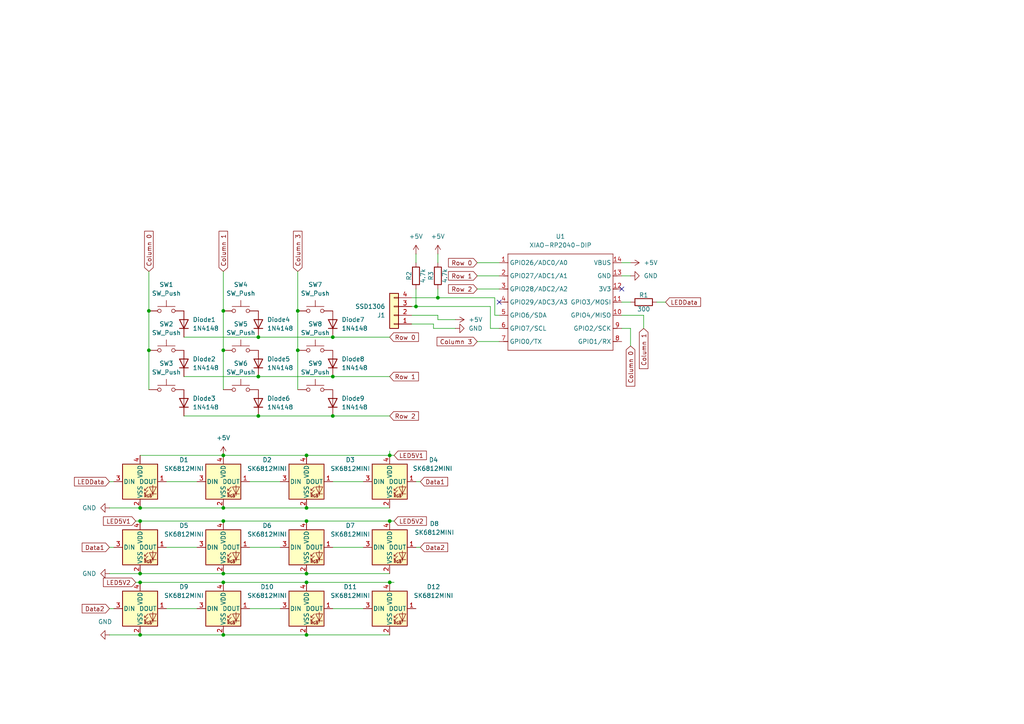
<source format=kicad_sch>
(kicad_sch (version 20250114) (generator "eeschema") (generator_version "9.0")
  (paper "A4")
  (lib_symbols
    (symbol "Connector_Generic:Conn_01x04" (pin_names (offset 1.016) (hide yes))
      (property "Reference" "J" (at 0 5.08 0))
      (property "Value" "Conn_01x04" (at 0 -7.62 0))
      (symbol "Conn_01x04_1_1"
        (rectangle (start -1.27 3.81) (end 1.27 -6.35) (stroke (width 0.254)) (fill (type background)))
        (rectangle (start -1.27 2.667) (end 0 2.413) (stroke (width 0.1524)))
        (rectangle (start -1.27 0.127) (end 0 -0.127) (stroke (width 0.1524)))
        (rectangle (start -1.27 -2.413) (end 0 -2.667) (stroke (width 0.1524)))
        (rectangle (start -1.27 -4.953) (end 0 -5.207) (stroke (width 0.1524)))
        (pin passive line (at -5.08 2.54 0) (length 3.81) (name "Pin_1") (number "1"))
        (pin passive line (at -5.08 0 0) (length 3.81) (name "Pin_2") (number "2"))
        (pin passive line (at -5.08 -2.54 0) (length 3.81) (name "Pin_3") (number "3"))
        (pin passive line (at -5.08 -5.08 0) (length 3.81) (name "Pin_4") (number "4"))
      )
    )
    (symbol "Device:R" (pin_numbers (hide yes)) (pin_names (offset 0))
      (property "Reference" "R" (at 2.032 0 90))
      (property "Value" "R" (at 0 0 90))
      (symbol "R_0_1"
        (rectangle (start -1.016 -2.54) (end 1.016 2.54) (stroke (width 0.254)))
      )
      (symbol "R_1_1"
        (pin passive line (at 0 3.81 270) (length 1.27) (name "~") (number "1"))
        (pin passive line (at 0 -3.81 90) (length 1.27) (name "~") (number "2"))
      )
    )
    (symbol "Diode:1N4148" (pin_numbers (hide yes)) (pin_names (hide yes))
      (property "Reference" "D" (at 0 2.54 0))
      (property "Value" "1N4148" (at 0 -2.54 0))
      (symbol "1N4148_0_1"
        (polyline (pts (xy -1.27 1.27) (xy -1.27 -1.27)) (stroke (width 0.254)))
        (polyline (pts (xy 1.27 1.27) (xy 1.27 -1.27) (xy -1.27 0) (xy 1.27 1.27)) (stroke (width 0.254)))
        (polyline (pts (xy 1.27 0) (xy -1.27 0)))
      )
      (symbol "1N4148_1_1"
        (pin passive line (at -3.81 0 0) (length 2.54) (name "K") (number "1"))
        (pin passive line (at 3.81 0 180) (length 2.54) (name "A") (number "2"))
      )
    )
    (symbol "LED:SK6812MINI" (pin_names (offset 0.254))
      (property "Reference" "D" (at 5.08 5.715 0))
      (property "Value" "SK6812MINI" (at 1.27 -5.715 0))
      (symbol "SK6812MINI_0_0"
        (text "RGB" (at 2.286 -4.191 0) (effects (font (size 0.762 0.762))))
      )
      (symbol "SK6812MINI_0_1"
        (polyline (pts (xy 1.27 -2.54) (xy 1.778 -2.54)))
        (polyline (pts (xy 1.27 -3.556) (xy 1.778 -3.556)))
        (polyline (pts (xy 2.286 -1.524) (xy 1.27 -2.54) (xy 1.27 -2.032)))
        (polyline (pts (xy 2.286 -2.54) (xy 1.27 -3.556) (xy 1.27 -3.048)))
        (polyline (pts (xy 3.683 -1.016) (xy 3.683 -3.556) (xy 3.683 -4.064)))
        (polyline (pts (xy 4.699 -1.524) (xy 2.667 -1.524) (xy 3.683 -3.556) (xy 4.699 -1.524)))
        (polyline (pts (xy 4.699 -3.556) (xy 2.667 -3.556)))
        (rectangle (start 5.08 5.08) (end -5.08 -5.08) (stroke (width 0.254)) (fill (type background)))
      )
      (symbol "SK6812MINI_1_1"
        (pin input line (at -7.62 0 0) (length 2.54) (name "DIN") (number "3"))
        (pin power_in line (at 0 7.62 270) (length 2.54) (name "VDD") (number "4"))
        (pin power_in line (at 0 -7.62 90) (length 2.54) (name "VSS") (number "2"))
        (pin output line (at 7.62 0 180) (length 2.54) (name "DOUT") (number "1"))
      )
    )
    (symbol "OPL:XIAO-RP2040-DIP"
      (property "Reference" "U" (at 0 0 0))
      (property "Value" "XIAO-RP2040-DIP" (at 5.334 -1.778 0))
      (symbol "XIAO-RP2040-DIP_1_0"
        (polyline (pts (xy -1.27 -2.54) (xy 29.21 -2.54)) (stroke (width 0.1524)))
        (polyline (pts (xy -1.27 -5.08) (xy -2.54 -5.08)) (stroke (width 0.1524)))
        (polyline (pts (xy -1.27 -5.08) (xy -1.27 -2.54)) (stroke (width 0.1524)))
        (polyline (pts (xy -1.27 -8.89) (xy -2.54 -8.89)) (stroke (width 0.1524)))
        (polyline (pts (xy -1.27 -8.89) (xy -1.27 -5.08)) (stroke (width 0.1524)))
        (polyline (pts (xy -1.27 -12.7) (xy -2.54 -12.7)) (stroke (width 0.1524)))
        (polyline (pts (xy -1.27 -12.7) (xy -1.27 -8.89)) (stroke (width 0.1524)))
        (polyline (pts (xy -1.27 -16.51) (xy -2.54 -16.51)) (stroke (width 0.1524)))
        (polyline (pts (xy -1.27 -16.51) (xy -1.27 -12.7)) (stroke (width 0.1524)))
        (polyline (pts (xy -1.27 -20.32) (xy -2.54 -20.32)) (stroke (width 0.1524)))
        (polyline (pts (xy -1.27 -24.13) (xy -2.54 -24.13)) (stroke (width 0.1524)))
        (polyline (pts (xy -1.27 -27.94) (xy -2.54 -27.94)) (stroke (width 0.1524)))
        (polyline (pts (xy -1.27 -30.48) (xy -1.27 -16.51)) (stroke (width 0.1524)))
        (polyline (pts (xy 29.21 -2.54) (xy 29.21 -5.08)) (stroke (width 0.1524)))
        (polyline (pts (xy 29.21 -5.08) (xy 29.21 -8.89)) (stroke (width 0.1524)))
        (polyline (pts (xy 29.21 -8.89) (xy 29.21 -12.7)) (stroke (width 0.1524)))
        (polyline (pts (xy 29.21 -12.7) (xy 29.21 -30.48)) (stroke (width 0.1524)))
        (polyline (pts (xy 29.21 -30.48) (xy -1.27 -30.48)) (stroke (width 0.1524)))
        (polyline (pts (xy 30.48 -5.08) (xy 29.21 -5.08)) (stroke (width 0.1524)))
        (polyline (pts (xy 30.48 -8.89) (xy 29.21 -8.89)) (stroke (width 0.1524)))
        (polyline (pts (xy 30.48 -12.7) (xy 29.21 -12.7)) (stroke (width 0.1524)))
        (polyline (pts (xy 30.48 -16.51) (xy 29.21 -16.51)) (stroke (width 0.1524)))
        (polyline (pts (xy 30.48 -20.32) (xy 29.21 -20.32)) (stroke (width 0.1524)))
        (polyline (pts (xy 30.48 -24.13) (xy 29.21 -24.13)) (stroke (width 0.1524)))
        (polyline (pts (xy 30.48 -27.94) (xy 29.21 -27.94)) (stroke (width 0.1524)))
        (pin passive line (at -3.81 -5.08 0) (length 2.54) (name "GPIO26/ADC0/A0") (number "1"))
        (pin passive line (at -3.81 -8.89 0) (length 2.54) (name "GPIO27/ADC1/A1") (number "2"))
        (pin passive line (at -3.81 -12.7 0) (length 2.54) (name "GPIO28/ADC2/A2") (number "3"))
        (pin passive line (at -3.81 -16.51 0) (length 2.54) (name "GPIO29/ADC3/A3") (number "4"))
        (pin passive line (at -3.81 -20.32 0) (length 2.54) (name "GPIO6/SDA") (number "5"))
        (pin passive line (at -3.81 -24.13 0) (length 2.54) (name "GPIO7/SCL") (number "6"))
        (pin passive line (at -3.81 -27.94 0) (length 2.54) (name "GPIO0/TX") (number "7"))
        (pin passive line (at 31.75 -5.08 180) (length 2.54) (name "VBUS") (number "14"))
        (pin passive line (at 31.75 -8.89 180) (length 2.54) (name "GND") (number "13"))
        (pin passive line (at 31.75 -12.7 180) (length 2.54) (name "3V3") (number "12"))
        (pin passive line (at 31.75 -16.51 180) (length 2.54) (name "GPIO3/MOSI") (number "11"))
        (pin passive line (at 31.75 -20.32 180) (length 2.54) (name "GPIO4/MISO") (number "10"))
        (pin passive line (at 31.75 -24.13 180) (length 2.54) (name "GPIO2/SCK") (number "9"))
        (pin passive line (at 31.75 -27.94 180) (length 2.54) (name "GPIO1/RX") (number "8"))
      )
    )
    (symbol "Switch:SW_Push" (pin_numbers (hide yes)) (pin_names (offset 1.016) (hide yes))
      (property "Reference" "SW" (at 1.27 2.54 0))
      (property "Value" "SW_Push" (at 0 -1.524 0))
      (symbol "SW_Push_0_1"
        (circle (center -2.032 0) (radius 0.508))
        (polyline (pts (xy 0 1.27) (xy 0 3.048)))
        (circle (center 2.032 0) (radius 0.508))
        (polyline (pts (xy 2.54 1.27) (xy -2.54 1.27)))
        (pin passive line (at -5.08 0 0) (length 2.54) (name "1") (number "1"))
        (pin passive line (at 5.08 0 180) (length 2.54) (name "2") (number "2"))
      )
    )
    (symbol "power:+5V" (power) (pin_numbers (hide yes)) (pin_names (offset 0) (hide yes))
      (property "Value" "+5V" (at 0 3.556 0))
      (symbol "+5V_0_1"
        (polyline (pts (xy -0.762 1.27) (xy 0 2.54)))
        (polyline (pts (xy 0 2.54) (xy 0.762 1.27)))
        (polyline (pts (xy 0 0) (xy 0 2.54)))
      )
      (symbol "+5V_1_1"
        (pin power_in line (at 0 0 90) (length 0) (name "~") (number "1"))
      )
    )
    (symbol "power:GND" (power) (pin_numbers (hide yes)) (pin_names (offset 0) (hide yes))
      (property "Value" "GND" (at 0 -3.81 0))
      (symbol "GND_0_1"
        (polyline (pts (xy 0 0) (xy 0 -1.27) (xy 1.27 -1.27) (xy 0 -2.54) (xy -1.27 -1.27) (xy 0 -1.27)))
      )
      (symbol "GND_1_1"
        (pin power_in line (at 0 0 270) (length 0) (name "~") (number "1"))
      )
    )
  )
  (junction (at 88.9 132.08))
  (junction (at 120.65 88.9))
  (junction (at 88.9 147.32))
  (junction (at 113.03 168.91))
  (junction (at 40.64 168.91))
  (junction (at 86.36 90.17))
  (junction (at 127 86.36))
  (junction (at 64.77 151.13))
  (junction (at 64.77 166.37))
  (junction (at 86.36 101.6))
  (junction (at 43.18 101.6))
  (junction (at 113.03 151.13))
  (junction (at 88.9 168.91))
  (junction (at 74.93 109.22))
  (junction (at 113.03 132.08))
  (junction (at 64.77 147.32))
  (junction (at 96.52 97.79))
  (junction (at 64.77 184.15))
  (junction (at 88.9 151.13))
  (junction (at 43.18 90.17))
  (junction (at 96.52 120.65))
  (junction (at 64.77 90.17))
  (junction (at 96.52 109.22))
  (junction (at 88.9 166.37))
  (junction (at 64.77 132.08))
  (junction (at 64.77 101.6))
  (junction (at 40.64 147.32))
  (junction (at 40.64 166.37))
  (junction (at 74.93 97.79))
  (junction (at 40.64 184.15))
  (junction (at 40.64 151.13))
  (junction (at 64.77 168.91))
  (junction (at 74.93 120.65))
  (junction (at 88.9 184.15))
  (no_connect (at 144.78 87.63))
  (no_connect (at 180.34 83.82))
  (wire (pts (xy 114.3 168.91) (xy 113.03 168.91)))
  (wire (pts (xy 127 83.82) (xy 127 86.36)))
  (wire (pts (xy 180.34 95.25) (xy 182.88 95.25)))
  (wire (pts (xy 113.03 130.81) (xy 113.03 132.08)))
  (wire (pts (xy 43.18 90.17) (xy 43.18 101.6)))
  (wire (pts (xy 48.26 158.75) (xy 57.15 158.75)))
  (wire (pts (xy 74.93 109.22) (xy 96.52 109.22)))
  (wire (pts (xy 48.26 176.53) (xy 57.15 176.53)))
  (wire (pts (xy 138.43 80.01) (xy 144.78 80.01)))
  (wire (pts (xy 39.37 151.13) (xy 40.64 151.13)))
  (wire (pts (xy 121.92 139.7) (xy 120.65 139.7)))
  (wire (pts (xy 88.9 132.08) (xy 113.03 132.08)))
  (wire (pts (xy 31.75 147.32) (xy 40.64 147.32)))
  (wire (pts (xy 182.88 95.25) (xy 182.88 100.33)))
  (wire (pts (xy 88.9 184.15) (xy 113.03 184.15)))
  (wire (pts (xy 31.75 166.37) (xy 40.64 166.37)))
  (wire (pts (xy 64.77 101.6) (xy 64.77 113.03)))
  (wire (pts (xy 186.69 91.44) (xy 186.69 95.25)))
  (wire (pts (xy 64.77 132.08) (xy 88.9 132.08)))
  (wire (pts (xy 86.36 101.6) (xy 86.36 113.03)))
  (wire (pts (xy 72.39 158.75) (xy 81.28 158.75)))
  (wire (pts (xy 72.39 176.53) (xy 81.28 176.53)))
  (wire (pts (xy 40.64 147.32) (xy 64.77 147.32)))
  (wire (pts (xy 142.24 88.9) (xy 142.24 95.25)))
  (wire (pts (xy 88.9 168.91) (xy 113.03 168.91)))
  (wire (pts (xy 193.04 87.63) (xy 190.5 87.63)))
  (wire (pts (xy 31.75 176.53) (xy 33.02 176.53)))
  (wire (pts (xy 127 86.36) (xy 143.51 86.36)))
  (wire (pts (xy 39.37 168.91) (xy 40.64 168.91)))
  (wire (pts (xy 72.39 139.7) (xy 81.28 139.7)))
  (wire (pts (xy 64.77 151.13) (xy 88.9 151.13)))
  (wire (pts (xy 120.65 88.9) (xy 142.24 88.9)))
  (wire (pts (xy 74.93 120.65) (xy 96.52 120.65)))
  (wire (pts (xy 180.34 76.2) (xy 182.88 76.2)))
  (wire (pts (xy 53.34 109.22) (xy 74.93 109.22)))
  (wire (pts (xy 31.75 158.75) (xy 33.02 158.75)))
  (wire (pts (xy 143.51 86.36) (xy 143.51 91.44)))
  (wire (pts (xy 119.38 86.36) (xy 127 86.36)))
  (wire (pts (xy 74.93 97.79) (xy 96.52 97.79)))
  (wire (pts (xy 96.52 109.22) (xy 113.03 109.22)))
  (wire (pts (xy 43.18 101.6) (xy 43.18 113.03)))
  (wire (pts (xy 64.77 78.74) (xy 64.77 90.17)))
  (wire (pts (xy 127 92.71) (xy 132.08 92.71)))
  (wire (pts (xy 138.43 83.82) (xy 144.78 83.82)))
  (wire (pts (xy 88.9 147.32) (xy 113.03 147.32)))
  (wire (pts (xy 31.75 139.7) (xy 33.02 139.7)))
  (wire (pts (xy 142.24 95.25) (xy 144.78 95.25)))
  (wire (pts (xy 125.73 95.25) (xy 132.08 95.25)))
  (wire (pts (xy 127 73.66) (xy 127 76.2)))
  (wire (pts (xy 40.64 184.15) (xy 64.77 184.15)))
  (wire (pts (xy 86.36 78.74) (xy 86.36 90.17)))
  (wire (pts (xy 40.64 132.08) (xy 64.77 132.08)))
  (wire (pts (xy 40.64 168.91) (xy 64.77 168.91)))
  (wire (pts (xy 96.52 120.65) (xy 113.03 120.65)))
  (wire (pts (xy 121.92 158.75) (xy 120.65 158.75)))
  (wire (pts (xy 96.52 139.7) (xy 105.41 139.7)))
  (wire (pts (xy 180.34 91.44) (xy 186.69 91.44)))
  (wire (pts (xy 64.77 168.91) (xy 88.9 168.91)))
  (wire (pts (xy 125.73 93.98) (xy 119.38 93.98)))
  (wire (pts (xy 120.65 83.82) (xy 120.65 88.9)))
  (wire (pts (xy 64.77 147.32) (xy 88.9 147.32)))
  (wire (pts (xy 88.9 151.13) (xy 113.03 151.13)))
  (wire (pts (xy 114.3 151.13) (xy 113.03 151.13)))
  (wire (pts (xy 96.52 158.75) (xy 105.41 158.75)))
  (wire (pts (xy 182.88 87.63) (xy 180.34 87.63)))
  (wire (pts (xy 114.3 132.08) (xy 113.03 132.08)))
  (wire (pts (xy 180.34 80.01) (xy 182.88 80.01)))
  (wire (pts (xy 119.38 88.9) (xy 120.65 88.9)))
  (wire (pts (xy 31.75 184.15) (xy 40.64 184.15)))
  (wire (pts (xy 127 91.44) (xy 127 92.71)))
  (wire (pts (xy 127 91.44) (xy 119.38 91.44)))
  (wire (pts (xy 120.65 73.66) (xy 120.65 76.2)))
  (wire (pts (xy 86.36 90.17) (xy 86.36 101.6)))
  (wire (pts (xy 43.18 78.74) (xy 43.18 90.17)))
  (wire (pts (xy 40.64 166.37) (xy 64.77 166.37)))
  (wire (pts (xy 53.34 97.79) (xy 74.93 97.79)))
  (wire (pts (xy 48.26 139.7) (xy 57.15 139.7)))
  (wire (pts (xy 138.43 99.06) (xy 144.78 99.06)))
  (wire (pts (xy 64.77 166.37) (xy 88.9 166.37)))
  (wire (pts (xy 143.51 91.44) (xy 144.78 91.44)))
  (wire (pts (xy 125.73 93.98) (xy 125.73 95.25)))
  (wire (pts (xy 96.52 97.79) (xy 113.03 97.79)))
  (wire (pts (xy 138.43 76.2) (xy 144.78 76.2)))
  (wire (pts (xy 53.34 120.65) (xy 74.93 120.65)))
  (wire (pts (xy 64.77 184.15) (xy 88.9 184.15)))
  (wire (pts (xy 64.77 90.17) (xy 64.77 101.6)))
  (wire (pts (xy 88.9 166.37) (xy 113.03 166.37)))
  (wire (pts (xy 96.52 176.53) (xy 105.41 176.53)))
  (wire (pts (xy 40.64 151.13) (xy 64.77 151.13)))
  (global_label "Column 3" (shape input) (at 86.36 78.74 90) (property "Intersheetrefs" "${INTERSHEET_REFS}" (effects (hide yes))))
  (global_label "Row 0" (shape input) (at 138.43 76.2 180) (property "Intersheetrefs" "${INTERSHEET_REFS}" (effects (hide yes))))
  (global_label "LED5V2" (shape input) (at 39.37 168.91 180) (property "Intersheetrefs" "${INTERSHEET_REFS}" (effects (hide yes))))
  (global_label "LED5V2" (shape input) (at 114.3 151.13 0) (property "Intersheetrefs" "${INTERSHEET_REFS}" (effects (hide yes))))
  (global_label "Row 1" (shape input) (at 138.43 80.01 180) (property "Intersheetrefs" "${INTERSHEET_REFS}" (effects (hide yes))))
  (global_label "LEDData" (shape input) (at 31.75 139.7 180) (property "Intersheetrefs" "${INTERSHEET_REFS}" (effects (hide yes))))
  (global_label "Row 2" (shape input) (at 113.03 120.65 0) (property "Intersheetrefs" "${INTERSHEET_REFS}" (effects (hide yes))))
  (global_label "LED5V1" (shape input) (at 39.37 151.13 180) (property "Intersheetrefs" "${INTERSHEET_REFS}" (effects (hide yes))))
  (global_label "Row 1" (shape input) (at 113.03 109.22 0) (property "Intersheetrefs" "${INTERSHEET_REFS}" (effects (hide yes))))
  (global_label "Column 1" (shape input) (at 64.77 78.74 90) (property "Intersheetrefs" "${INTERSHEET_REFS}" (effects (hide yes))))
  (global_label "Column 3" (shape input) (at 138.43 99.06 180) (property "Intersheetrefs" "${INTERSHEET_REFS}" (effects (hide yes))))
  (global_label "Column 1" (shape input) (at 186.69 95.25 270) (property "Intersheetrefs" "${INTERSHEET_REFS}" (effects (hide yes))))
  (global_label "Row 2" (shape input) (at 138.43 83.82 180) (property "Intersheetrefs" "${INTERSHEET_REFS}" (effects (hide yes))))
  (global_label "Data2" (shape input) (at 121.92 158.75 0) (property "Intersheetrefs" "${INTERSHEET_REFS}" (effects (hide yes))))
  (global_label "Column 0" (shape input) (at 182.88 100.33 270) (property "Intersheetrefs" "${INTERSHEET_REFS}" (effects (hide yes))))
  (global_label "Column 0" (shape input) (at 43.18 78.74 90) (property "Intersheetrefs" "${INTERSHEET_REFS}" (effects (hide yes))))
  (global_label "LED5V1" (shape input) (at 114.3 132.08 0) (property "Intersheetrefs" "${INTERSHEET_REFS}" (effects (hide yes))))
  (global_label "LEDData" (shape input) (at 193.04 87.63 0) (property "Intersheetrefs" "${INTERSHEET_REFS}" (effects (hide yes))))
  (global_label "Data1" (shape input) (at 121.92 139.7 0) (property "Intersheetrefs" "${INTERSHEET_REFS}" (effects (hide yes))))
  (global_label "Row 0" (shape input) (at 113.03 97.79 0) (property "Intersheetrefs" "${INTERSHEET_REFS}" (effects (hide yes))))
  (global_label "Data1" (shape input) (at 31.75 158.75 180) (property "Intersheetrefs" "${INTERSHEET_REFS}" (effects (hide yes))))
  (global_label "Data2" (shape input) (at 31.75 176.53 180) (property "Intersheetrefs" "${INTERSHEET_REFS}" (effects (hide yes))))
  (symbol (lib_id "LED:SK6812MINI") (at 40.64 139.7 0) (unit 1)
    (property "Reference" "D1" (at 53.34 133.3814 0))
    (property "Value" "SK6812MINI" (at 53.34 135.9214 0))
    (property "Footprint" "LED_SMD:LED_SK6812MINI_PLCC4_3.5x3.5mm_P1.75mm" (effects (hide yes)))
    (property "Datasheet" "https://cdn-shop.adafruit.com/product-files/2686/SK6812MINI_REV.01-1-2.pdf" (effects (hide yes)))
    (property "Description" "RGB LED with integrated controller" (effects (hide yes)))
  )
  (symbol (lib_id "Diode:1N4148") (at 74.93 116.84 90) (unit 1)
    (property "Reference" "Diode6" (at 77.47 115.5699 90) (effects (justify right)))
    (property "Value" "1N4148" (at 77.47 118.1099 90) (effects (justify right)))
    (property "Footprint" "Diode_THT:D_DO-35_SOD27_P7.62mm_Horizontal" (effects (hide yes)))
    (property "Datasheet" "https://assets.nexperia.com/documents/data-sheet/1N4148_1N4448.pdf" (effects (hide yes)))
    (property "Description" "100V 0.15A standard switching diode, DO-35" (effects (hide yes)))
    (property "Sim.Device" "D" (effects (hide yes)))
    (property "Sim.Pins" "1=K 2=A" (effects (hide yes)))
  )
  (symbol (lib_id "power:+5V") (at 120.65 73.66 0) (unit 1)
    (property "Reference" "#PWR010" (effects (hide yes)))
    (property "Value" "+5V" (at 120.65 68.58 0))
    (property "Description" "Power symbol creates a global label with name \"+5V\"" (effects (hide yes)))
  )
  (symbol (lib_id "power:GND") (at 31.75 147.32 270) (unit 1)
    (property "Reference" "#PWR08" (effects (hide yes)))
    (property "Value" "GND" (at 27.94 147.3199 90) (effects (justify right)))
    (property "Description" "Power symbol creates a global label with name \"GND\" , ground" (effects (hide yes)))
  )
  (symbol (lib_id "Diode:1N4148") (at 53.34 93.98 90) (unit 1)
    (property "Reference" "Diode1" (at 55.88 92.7099 90) (effects (justify right)))
    (property "Value" "1N4148" (at 55.88 95.2499 90) (effects (justify right)))
    (property "Footprint" "Diode_THT:D_DO-35_SOD27_P7.62mm_Horizontal" (effects (hide yes)))
    (property "Datasheet" "https://assets.nexperia.com/documents/data-sheet/1N4148_1N4448.pdf" (effects (hide yes)))
    (property "Description" "100V 0.15A standard switching diode, DO-35" (effects (hide yes)))
    (property "Sim.Device" "D" (effects (hide yes)))
    (property "Sim.Pins" "1=K 2=A" (effects (hide yes)))
  )
  (symbol (lib_id "LED:SK6812MINI") (at 64.77 176.53 0) (unit 1)
    (property "Reference" "D10" (at 77.47 170.2114 0))
    (property "Value" "SK6812MINI" (at 77.47 172.7514 0))
    (property "Footprint" "LED_SMD:LED_SK6812MINI_PLCC4_3.5x3.5mm_P1.75mm" (effects (hide yes)))
    (property "Datasheet" "https://cdn-shop.adafruit.com/product-files/2686/SK6812MINI_REV.01-1-2.pdf" (effects (hide yes)))
    (property "Description" "RGB LED with integrated controller" (effects (hide yes)))
  )
  (symbol (lib_id "Device:R") (at 186.69 87.63 90) (unit 1)
    (property "Reference" "R1" (at 186.69 85.598 90))
    (property "Value" "300" (at 186.69 89.662 90))
    (property "Footprint" "Resistor_THT:R_Axial_DIN0204_L3.6mm_D1.6mm_P5.08mm_Horizontal" (effects (hide yes)))
    (property "Description" "Resistor" (effects (hide yes)))
  )
  (symbol (lib_id "Diode:1N4148") (at 96.52 105.41 90) (unit 1)
    (property "Reference" "Diode8" (at 99.06 104.1399 90) (effects (justify right)))
    (property "Value" "1N4148" (at 99.06 106.6799 90) (effects (justify right)))
    (property "Footprint" "Diode_THT:D_DO-35_SOD27_P7.62mm_Horizontal" (effects (hide yes)))
    (property "Datasheet" "https://assets.nexperia.com/documents/data-sheet/1N4148_1N4448.pdf" (effects (hide yes)))
    (property "Description" "100V 0.15A standard switching diode, DO-35" (effects (hide yes)))
    (property "Sim.Device" "D" (effects (hide yes)))
    (property "Sim.Pins" "1=K 2=A" (effects (hide yes)))
  )
  (symbol (lib_id "Device:R") (at 127 80.01 180) (unit 1)
    (property "Reference" "R3" (at 124.968 80.01 90))
    (property "Value" "4.7k" (at 129.032 80.01 90))
    (property "Footprint" "Resistor_THT:R_Axial_DIN0204_L3.6mm_D1.6mm_P5.08mm_Horizontal" (effects (hide yes)))
    (property "Description" "Resistor" (effects (hide yes)))
  )
  (symbol (lib_id "Device:R") (at 120.65 80.01 180) (unit 1)
    (property "Reference" "R2" (at 118.618 80.01 90))
    (property "Value" "4.7k" (at 122.682 80.01 90))
    (property "Footprint" "Resistor_THT:R_Axial_DIN0204_L3.6mm_D1.6mm_P5.08mm_Horizontal" (effects (hide yes)))
    (property "Description" "Resistor" (effects (hide yes)))
  )
  (symbol (lib_id "Switch:SW_Push") (at 69.85 113.03 0) (unit 1)
    (property "Reference" "SW6" (at 69.85 105.41 0))
    (property "Value" "SW_Push" (at 69.85 107.95 0))
    (property "Footprint" "Button_Switch_Keyboard:SW_Cherry_MX_1.00u_PCB" (effects (hide yes)))
    (property "Description" "Push button switch, generic, two pins" (effects (hide yes)))
  )
  (symbol (lib_id "power:+5V") (at 132.08 92.71 270) (unit 1)
    (property "Reference" "#PWR06" (effects (hide yes)))
    (property "Value" "+5V" (at 135.89 92.7101 90) (effects (justify left)))
    (property "Description" "Power symbol creates a global label with name \"+5V\"" (effects (hide yes)))
  )
  (symbol (lib_id "power:GND") (at 182.88 80.01 90) (unit 1)
    (property "Reference" "#PWR02" (effects (hide yes)))
    (property "Value" "GND" (at 186.69 80.0099 90) (effects (justify right)))
    (property "Description" "Power symbol creates a global label with name \"GND\" , ground" (effects (hide yes)))
  )
  (symbol (lib_id "Switch:SW_Push") (at 48.26 90.17 0) (unit 1)
    (property "Reference" "SW1" (at 48.26 82.55 0))
    (property "Value" "SW_Push" (at 48.26 85.09 0))
    (property "Footprint" "Button_Switch_Keyboard:SW_Cherry_MX_1.00u_PCB" (effects (hide yes)))
    (property "Description" "Push button switch, generic, two pins" (effects (hide yes)))
  )
  (symbol (lib_id "LED:SK6812MINI") (at 40.64 158.75 0) (unit 1)
    (property "Reference" "D5" (at 53.34 152.4314 0))
    (property "Value" "SK6812MINI" (at 53.34 154.9714 0))
    (property "Footprint" "LED_SMD:LED_SK6812MINI_PLCC4_3.5x3.5mm_P1.75mm" (effects (hide yes)))
    (property "Datasheet" "https://cdn-shop.adafruit.com/product-files/2686/SK6812MINI_REV.01-1-2.pdf" (effects (hide yes)))
    (property "Description" "RGB LED with integrated controller" (effects (hide yes)))
  )
  (symbol (lib_id "Switch:SW_Push") (at 69.85 90.17 0) (unit 1)
    (property "Reference" "SW4" (at 69.85 82.55 0))
    (property "Value" "SW_Push" (at 69.85 85.09 0))
    (property "Footprint" "Button_Switch_Keyboard:SW_Cherry_MX_1.00u_PCB" (effects (hide yes)))
    (property "Description" "Push button switch, generic, two pins" (effects (hide yes)))
  )
  (symbol (lib_id "Switch:SW_Push") (at 48.26 113.03 0) (unit 1)
    (property "Reference" "SW3" (at 48.26 105.41 0))
    (property "Value" "SW_Push" (at 48.26 107.95 0))
    (property "Footprint" "Button_Switch_Keyboard:SW_Cherry_MX_1.00u_PCB" (effects (hide yes)))
    (property "Description" "Push button switch, generic, two pins" (effects (hide yes)))
  )
  (symbol (lib_id "Switch:SW_Push") (at 91.44 101.6 0) (unit 1)
    (property "Reference" "SW8" (at 91.44 93.98 0))
    (property "Value" "SW_Push" (at 91.44 96.52 0))
    (property "Footprint" "Button_Switch_Keyboard:SW_Cherry_MX_1.00u_PCB" (effects (hide yes)))
    (property "Description" "Push button switch, generic, two pins" (effects (hide yes)))
  )
  (symbol (lib_id "Switch:SW_Push") (at 91.44 90.17 0) (unit 1)
    (property "Reference" "SW7" (at 91.44 82.55 0))
    (property "Value" "SW_Push" (at 91.44 85.09 0))
    (property "Footprint" "Button_Switch_Keyboard:SW_Cherry_MX_1.00u_PCB" (effects (hide yes)))
    (property "Description" "Push button switch, generic, two pins" (effects (hide yes)))
  )
  (symbol (lib_id "power:GND") (at 132.08 95.25 90) (unit 1)
    (property "Reference" "#PWR05" (effects (hide yes)))
    (property "Value" "GND" (at 135.89 95.2501 90) (effects (justify right)))
    (property "Description" "Power symbol creates a global label with name \"GND\" , ground" (effects (hide yes)))
  )
  (symbol (lib_id "Switch:SW_Push") (at 91.44 113.03 0) (unit 1)
    (property "Reference" "SW9" (at 91.44 105.41 0))
    (property "Value" "SW_Push" (at 91.44 107.95 0))
    (property "Footprint" "Button_Switch_Keyboard:SW_Cherry_MX_1.00u_PCB" (effects (hide yes)))
    (property "Description" "Push button switch, generic, two pins" (effects (hide yes)))
  )
  (symbol (lib_id "Switch:SW_Push") (at 69.85 101.6 0) (unit 1)
    (property "Reference" "SW5" (at 69.85 93.98 0))
    (property "Value" "SW_Push" (at 69.85 96.52 0))
    (property "Footprint" "Button_Switch_Keyboard:SW_Cherry_MX_1.00u_PCB" (effects (hide yes)))
    (property "Description" "Push button switch, generic, two pins" (effects (hide yes)))
  )
  (symbol (lib_id "power:GND") (at 31.75 184.15 270) (unit 1)
    (property "Reference" "#PWR04" (effects (hide yes)))
    (property "Value" "GND" (at 30.48 180.34 90))
    (property "Description" "Power symbol creates a global label with name \"GND\" , ground" (effects (hide yes)))
  )
  (symbol (lib_id "power:+5V") (at 182.88 76.2 270) (unit 1)
    (property "Reference" "#PWR01" (effects (hide yes)))
    (property "Value" "+5V" (at 186.69 76.1999 90) (effects (justify left)))
    (property "Description" "Power symbol creates a global label with name \"+5V\"" (effects (hide yes)))
  )
  (symbol (lib_id "LED:SK6812MINI") (at 113.03 158.75 0) (unit 1)
    (property "Reference" "D8" (at 125.984 151.892 0))
    (property "Value" "SK6812MINI" (at 125.984 154.432 0))
    (property "Footprint" "LED_SMD:LED_SK6812MINI_PLCC4_3.5x3.5mm_P1.75mm" (effects (hide yes)))
    (property "Datasheet" "https://cdn-shop.adafruit.com/product-files/2686/SK6812MINI_REV.01-1-2.pdf" (effects (hide yes)))
    (property "Description" "RGB LED with integrated controller" (effects (hide yes)))
  )
  (symbol (lib_id "LED:SK6812MINI") (at 113.03 139.7 0) (unit 1)
    (property "Reference" "D4" (at 125.73 133.3814 0))
    (property "Value" "SK6812MINI" (at 125.476 135.89 0))
    (property "Footprint" "LED_SMD:LED_SK6812MINI_PLCC4_3.5x3.5mm_P1.75mm" (effects (hide yes)))
    (property "Datasheet" "https://cdn-shop.adafruit.com/product-files/2686/SK6812MINI_REV.01-1-2.pdf" (effects (hide yes)))
    (property "Description" "RGB LED with integrated controller" (effects (hide yes)))
  )
  (symbol (lib_id "Switch:SW_Push") (at 48.26 101.6 0) (unit 1)
    (property "Reference" "SW2" (at 48.26 93.98 0))
    (property "Value" "SW_Push" (at 48.26 96.52 0))
    (property "Footprint" "Button_Switch_Keyboard:SW_Cherry_MX_1.00u_PCB" (effects (hide yes)))
    (property "Description" "Push button switch, generic, two pins" (effects (hide yes)))
  )
  (symbol (lib_id "Diode:1N4148") (at 74.93 105.41 90) (unit 1)
    (property "Reference" "Diode5" (at 77.47 104.1399 90) (effects (justify right)))
    (property "Value" "1N4148" (at 77.47 106.6799 90) (effects (justify right)))
    (property "Footprint" "Diode_THT:D_DO-35_SOD27_P7.62mm_Horizontal" (effects (hide yes)))
    (property "Datasheet" "https://assets.nexperia.com/documents/data-sheet/1N4148_1N4448.pdf" (effects (hide yes)))
    (property "Description" "100V 0.15A standard switching diode, DO-35" (effects (hide yes)))
    (property "Sim.Device" "D" (effects (hide yes)))
    (property "Sim.Pins" "1=K 2=A" (effects (hide yes)))
  )
  (symbol (lib_id "LED:SK6812MINI") (at 88.9 176.53 0) (unit 1)
    (property "Reference" "D11" (at 101.6 170.2114 0))
    (property "Value" "SK6812MINI" (at 101.6 172.7514 0))
    (property "Footprint" "LED_SMD:LED_SK6812MINI_PLCC4_3.5x3.5mm_P1.75mm" (effects (hide yes)))
    (property "Datasheet" "https://cdn-shop.adafruit.com/product-files/2686/SK6812MINI_REV.01-1-2.pdf" (effects (hide yes)))
    (property "Description" "RGB LED with integrated controller" (effects (hide yes)))
  )
  (symbol (lib_id "Diode:1N4148") (at 96.52 93.98 90) (unit 1)
    (property "Reference" "Diode7" (at 99.06 92.7099 90) (effects (justify right)))
    (property "Value" "1N4148" (at 99.06 95.2499 90) (effects (justify right)))
    (property "Footprint" "Diode_THT:D_DO-35_SOD27_P7.62mm_Horizontal" (effects (hide yes)))
    (property "Datasheet" "https://assets.nexperia.com/documents/data-sheet/1N4148_1N4448.pdf" (effects (hide yes)))
    (property "Description" "100V 0.15A standard switching diode, DO-35" (effects (hide yes)))
    (property "Sim.Device" "D" (effects (hide yes)))
    (property "Sim.Pins" "1=K 2=A" (effects (hide yes)))
  )
  (symbol (lib_id "LED:SK6812MINI") (at 40.64 176.53 0) (unit 1)
    (property "Reference" "D9" (at 53.34 170.2114 0))
    (property "Value" "SK6812MINI" (at 53.34 172.7514 0))
    (property "Footprint" "LED_SMD:LED_SK6812MINI_PLCC4_3.5x3.5mm_P1.75mm" (effects (hide yes)))
    (property "Datasheet" "https://cdn-shop.adafruit.com/product-files/2686/SK6812MINI_REV.01-1-2.pdf" (effects (hide yes)))
    (property "Description" "RGB LED with integrated controller" (effects (hide yes)))
  )
  (symbol (lib_id "Diode:1N4148") (at 53.34 116.84 90) (unit 1)
    (property "Reference" "Diode3" (at 55.88 115.5699 90) (effects (justify right)))
    (property "Value" "1N4148" (at 55.88 118.1099 90) (effects (justify right)))
    (property "Footprint" "Diode_THT:D_DO-35_SOD27_P7.62mm_Horizontal" (effects (hide yes)))
    (property "Datasheet" "https://assets.nexperia.com/documents/data-sheet/1N4148_1N4448.pdf" (effects (hide yes)))
    (property "Description" "100V 0.15A standard switching diode, DO-35" (effects (hide yes)))
    (property "Sim.Device" "D" (effects (hide yes)))
    (property "Sim.Pins" "1=K 2=A" (effects (hide yes)))
  )
  (symbol (lib_id "LED:SK6812MINI") (at 113.03 176.53 0) (unit 1)
    (property "Reference" "D12" (at 125.73 170.2114 0))
    (property "Value" "SK6812MINI" (at 125.73 172.7514 0))
    (property "Footprint" "LED_SMD:LED_SK6812MINI_PLCC4_3.5x3.5mm_P1.75mm" (effects (hide yes)))
    (property "Datasheet" "https://cdn-shop.adafruit.com/product-files/2686/SK6812MINI_REV.01-1-2.pdf" (effects (hide yes)))
    (property "Description" "RGB LED with integrated controller" (effects (hide yes)))
  )
  (symbol (lib_id "LED:SK6812MINI") (at 88.9 139.7 0) (unit 1)
    (property "Reference" "D3" (at 101.6 133.3814 0))
    (property "Value" "SK6812MINI" (at 101.6 135.9214 0))
    (property "Footprint" "LED_SMD:LED_SK6812MINI_PLCC4_3.5x3.5mm_P1.75mm" (effects (hide yes)))
    (property "Datasheet" "https://cdn-shop.adafruit.com/product-files/2686/SK6812MINI_REV.01-1-2.pdf" (effects (hide yes)))
    (property "Description" "RGB LED with integrated controller" (effects (hide yes)))
  )
  (symbol (lib_id "Connector_Generic:Conn_01x04") (at 114.3 91.44 180) (unit 1)
    (property "Reference" "J1" (at 111.76 91.4401 0) (effects (justify left)))
    (property "Value" "SSD1306" (at 111.76 88.9001 0) (effects (justify left)))
    (property "Footprint" "gorbachev:SSD1306-0.91-OLED-4pin-128x32" (effects (hide yes)))
    (property "Description" "Generic connector, single row, 01x04, script generated (kicad-library-utils/schlib/autogen/connector/)" (effects (hide yes)))
  )
  (symbol (lib_id "power:GND") (at 31.75 166.37 270) (unit 1)
    (property "Reference" "#PWR07" (effects (hide yes)))
    (property "Value" "GND" (at 27.94 166.3699 90) (effects (justify right)))
    (property "Description" "Power symbol creates a global label with name \"GND\" , ground" (effects (hide yes)))
  )
  (symbol (lib_id "Diode:1N4148") (at 53.34 105.41 90) (unit 1)
    (property "Reference" "Diode2" (at 55.88 104.1399 90) (effects (justify right)))
    (property "Value" "1N4148" (at 55.88 106.6799 90) (effects (justify right)))
    (property "Footprint" "Diode_THT:D_DO-35_SOD27_P7.62mm_Horizontal" (effects (hide yes)))
    (property "Datasheet" "https://assets.nexperia.com/documents/data-sheet/1N4148_1N4448.pdf" (effects (hide yes)))
    (property "Description" "100V 0.15A standard switching diode, DO-35" (effects (hide yes)))
    (property "Sim.Device" "D" (effects (hide yes)))
    (property "Sim.Pins" "1=K 2=A" (effects (hide yes)))
  )
  (symbol (lib_id "LED:SK6812MINI") (at 64.77 139.7 0) (unit 1)
    (property "Reference" "D2" (at 77.47 133.3814 0))
    (property "Value" "SK6812MINI" (at 77.47 135.9214 0))
    (property "Footprint" "LED_SMD:LED_SK6812MINI_PLCC4_3.5x3.5mm_P1.75mm" (effects (hide yes)))
    (property "Datasheet" "https://cdn-shop.adafruit.com/product-files/2686/SK6812MINI_REV.01-1-2.pdf" (effects (hide yes)))
    (property "Description" "RGB LED with integrated controller" (effects (hide yes)))
  )
  (symbol (lib_id "power:+5V") (at 64.77 132.08 0) (unit 1)
    (property "Reference" "#PWR03" (effects (hide yes)))
    (property "Value" "+5V" (at 64.77 127 0))
    (property "Description" "Power symbol creates a global label with name \"+5V\"" (effects (hide yes)))
  )
  (symbol (lib_id "OPL:XIAO-RP2040-DIP") (at 148.59 71.12 0) (unit 1)
    (property "Reference" "U1" (at 162.56 68.58 0))
    (property "Value" "XIAO-RP2040-DIP" (at 162.56 71.12 0))
    (property "Footprint" "OPL:XIAO-RP2040-DIP" (effects (hide yes)))
  )
  (symbol (lib_id "LED:SK6812MINI") (at 64.77 158.75 0) (unit 1)
    (property "Reference" "D6" (at 77.47 152.4314 0))
    (property "Value" "SK6812MINI" (at 77.47 154.9714 0))
    (property "Footprint" "LED_SMD:LED_SK6812MINI_PLCC4_3.5x3.5mm_P1.75mm" (effects (hide yes)))
    (property "Datasheet" "https://cdn-shop.adafruit.com/product-files/2686/SK6812MINI_REV.01-1-2.pdf" (effects (hide yes)))
    (property "Description" "RGB LED with integrated controller" (effects (hide yes)))
  )
  (symbol (lib_id "power:+5V") (at 127 73.66 0) (unit 1)
    (property "Reference" "#PWR09" (effects (hide yes)))
    (property "Value" "+5V" (at 127 68.58 0))
    (property "Description" "Power symbol creates a global label with name \"+5V\"" (effects (hide yes)))
  )
  (symbol (lib_id "Diode:1N4148") (at 96.52 116.84 90) (unit 1)
    (property "Reference" "Diode9" (at 99.06 115.5699 90) (effects (justify right)))
    (property "Value" "1N4148" (at 99.06 118.1099 90) (effects (justify right)))
    (property "Footprint" "Diode_THT:D_DO-35_SOD27_P7.62mm_Horizontal" (effects (hide yes)))
    (property "Datasheet" "https://assets.nexperia.com/documents/data-sheet/1N4148_1N4448.pdf" (effects (hide yes)))
    (property "Description" "100V 0.15A standard switching diode, DO-35" (effects (hide yes)))
    (property "Sim.Device" "D" (effects (hide yes)))
    (property "Sim.Pins" "1=K 2=A" (effects (hide yes)))
  )
  (symbol (lib_id "LED:SK6812MINI") (at 88.9 158.75 0) (unit 1)
    (property "Reference" "D7" (at 101.6 152.4314 0))
    (property "Value" "SK6812MINI" (at 101.6 154.9714 0))
    (property "Footprint" "LED_SMD:LED_SK6812MINI_PLCC4_3.5x3.5mm_P1.75mm" (effects (hide yes)))
    (property "Datasheet" "https://cdn-shop.adafruit.com/product-files/2686/SK6812MINI_REV.01-1-2.pdf" (effects (hide yes)))
    (property "Description" "RGB LED with integrated controller" (effects (hide yes)))
  )
  (symbol (lib_id "Diode:1N4148") (at 74.93 93.98 90) (unit 1)
    (property "Reference" "Diode4" (at 77.47 92.7099 90) (effects (justify right)))
    (property "Value" "1N4148" (at 77.47 95.2499 90) (effects (justify right)))
    (property "Footprint" "Diode_THT:D_DO-35_SOD27_P7.62mm_Horizontal" (effects (hide yes)))
    (property "Datasheet" "https://assets.nexperia.com/documents/data-sheet/1N4148_1N4448.pdf" (effects (hide yes)))
    (property "Description" "100V 0.15A standard switching diode, DO-35" (effects (hide yes)))
    (property "Sim.Device" "D" (effects (hide yes)))
    (property "Sim.Pins" "1=K 2=A" (effects (hide yes)))
  )
)
</source>
